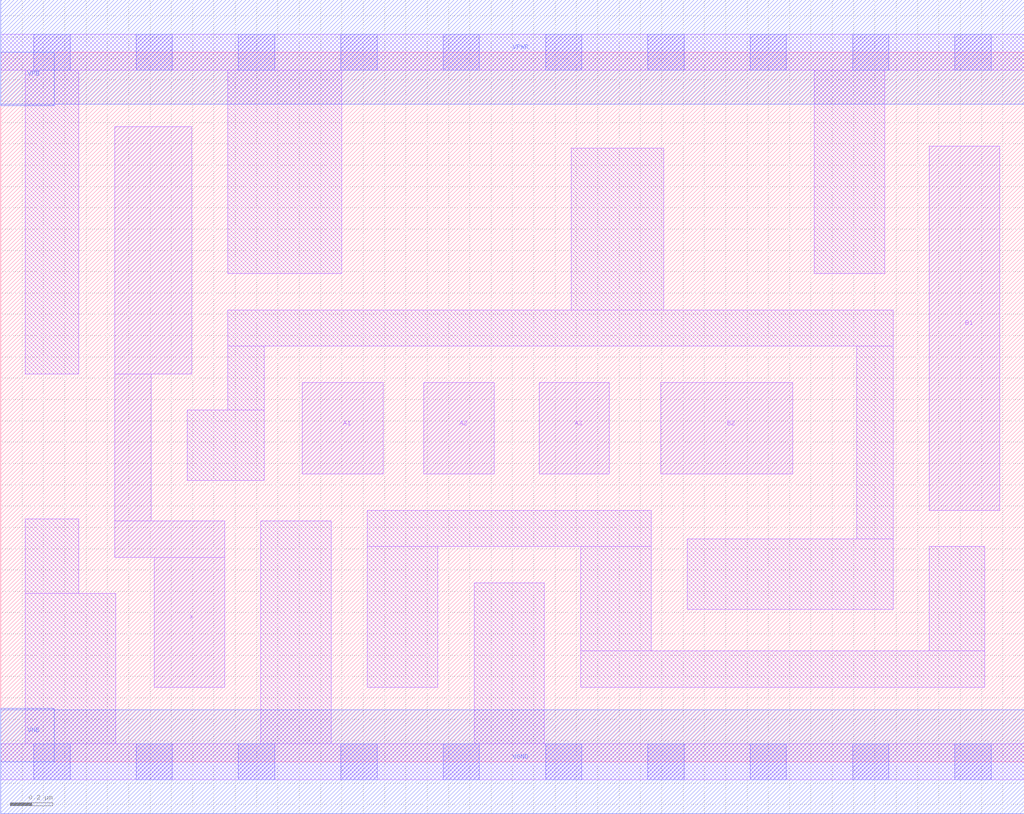
<source format=lef>
# Copyright 2020 The SkyWater PDK Authors
#
# Licensed under the Apache License, Version 2.0 (the "License");
# you may not use this file except in compliance with the License.
# You may obtain a copy of the License at
#
#     https://www.apache.org/licenses/LICENSE-2.0
#
# Unless required by applicable law or agreed to in writing, software
# distributed under the License is distributed on an "AS IS" BASIS,
# WITHOUT WARRANTIES OR CONDITIONS OF ANY KIND, either express or implied.
# See the License for the specific language governing permissions and
# limitations under the License.
#
# SPDX-License-Identifier: Apache-2.0

VERSION 5.5 ;
NAMESCASESENSITIVE ON ;
BUSBITCHARS "[]" ;
DIVIDERCHAR "/" ;
MACRO sky130_fd_sc_ms__o32a_2
  CLASS CORE ;
  SOURCE USER ;
  ORIGIN  0.000000  0.000000 ;
  SIZE  4.800000 BY  3.330000 ;
  SYMMETRY X Y ;
  SITE unit ;
  PIN A1
    ANTENNAGATEAREA  0.261000 ;
    DIRECTION INPUT ;
    USE SIGNAL ;
    PORT
      LAYER li1 ;
        RECT 1.415000 1.350000 1.795000 1.780000 ;
    END
  END A1
  PIN A2
    ANTENNAGATEAREA  0.261000 ;
    DIRECTION INPUT ;
    USE SIGNAL ;
    PORT
      LAYER li1 ;
        RECT 1.985000 1.350000 2.315000 1.780000 ;
    END
  END A2
  PIN A3
    ANTENNAGATEAREA  0.261000 ;
    DIRECTION INPUT ;
    USE SIGNAL ;
    PORT
      LAYER li1 ;
        RECT 2.525000 1.350000 2.855000 1.780000 ;
    END
  END A3
  PIN B1
    ANTENNAGATEAREA  0.261000 ;
    DIRECTION INPUT ;
    USE SIGNAL ;
    PORT
      LAYER li1 ;
        RECT 4.355000 1.180000 4.685000 2.890000 ;
    END
  END B1
  PIN B2
    ANTENNAGATEAREA  0.261000 ;
    DIRECTION INPUT ;
    USE SIGNAL ;
    PORT
      LAYER li1 ;
        RECT 3.095000 1.350000 3.715000 1.780000 ;
    END
  END B2
  PIN X
    ANTENNADIFFAREA  0.543200 ;
    DIRECTION OUTPUT ;
    USE SIGNAL ;
    PORT
      LAYER li1 ;
        RECT 0.535000 0.960000 1.050000 1.130000 ;
        RECT 0.535000 1.130000 0.705000 1.820000 ;
        RECT 0.535000 1.820000 0.895000 2.980000 ;
        RECT 0.720000 0.350000 1.050000 0.960000 ;
    END
  END X
  PIN VGND
    DIRECTION INOUT ;
    USE GROUND ;
    PORT
      LAYER met1 ;
        RECT 0.000000 -0.245000 4.800000 0.245000 ;
    END
  END VGND
  PIN VNB
    DIRECTION INOUT ;
    USE GROUND ;
    PORT
      LAYER met1 ;
        RECT 0.000000 0.000000 0.250000 0.250000 ;
    END
  END VNB
  PIN VPB
    DIRECTION INOUT ;
    USE POWER ;
    PORT
      LAYER met1 ;
        RECT 0.000000 3.080000 0.250000 3.330000 ;
    END
  END VPB
  PIN VPWR
    DIRECTION INOUT ;
    USE POWER ;
    PORT
      LAYER met1 ;
        RECT 0.000000 3.085000 4.800000 3.575000 ;
    END
  END VPWR
  OBS
    LAYER li1 ;
      RECT 0.000000 -0.085000 4.800000 0.085000 ;
      RECT 0.000000  3.245000 4.800000 3.415000 ;
      RECT 0.115000  0.085000 0.540000 0.790000 ;
      RECT 0.115000  0.790000 0.365000 1.140000 ;
      RECT 0.115000  1.820000 0.365000 3.245000 ;
      RECT 0.875000  1.320000 1.235000 1.650000 ;
      RECT 1.065000  1.650000 1.235000 1.950000 ;
      RECT 1.065000  1.950000 4.185000 2.120000 ;
      RECT 1.065000  2.290000 1.600000 3.245000 ;
      RECT 1.220000  0.085000 1.550000 1.130000 ;
      RECT 1.720000  0.350000 2.050000 1.010000 ;
      RECT 1.720000  1.010000 3.050000 1.180000 ;
      RECT 2.220000  0.085000 2.550000 0.840000 ;
      RECT 2.675000  2.120000 3.110000 2.880000 ;
      RECT 2.720000  0.350000 4.615000 0.520000 ;
      RECT 2.720000  0.520000 3.050000 1.010000 ;
      RECT 3.220000  0.715000 4.185000 1.045000 ;
      RECT 3.815000  2.290000 4.145000 3.245000 ;
      RECT 4.015000  1.045000 4.185000 1.950000 ;
      RECT 4.355000  0.520000 4.615000 1.010000 ;
    LAYER mcon ;
      RECT 0.155000 -0.085000 0.325000 0.085000 ;
      RECT 0.155000  3.245000 0.325000 3.415000 ;
      RECT 0.635000 -0.085000 0.805000 0.085000 ;
      RECT 0.635000  3.245000 0.805000 3.415000 ;
      RECT 1.115000 -0.085000 1.285000 0.085000 ;
      RECT 1.115000  3.245000 1.285000 3.415000 ;
      RECT 1.595000 -0.085000 1.765000 0.085000 ;
      RECT 1.595000  3.245000 1.765000 3.415000 ;
      RECT 2.075000 -0.085000 2.245000 0.085000 ;
      RECT 2.075000  3.245000 2.245000 3.415000 ;
      RECT 2.555000 -0.085000 2.725000 0.085000 ;
      RECT 2.555000  3.245000 2.725000 3.415000 ;
      RECT 3.035000 -0.085000 3.205000 0.085000 ;
      RECT 3.035000  3.245000 3.205000 3.415000 ;
      RECT 3.515000 -0.085000 3.685000 0.085000 ;
      RECT 3.515000  3.245000 3.685000 3.415000 ;
      RECT 3.995000 -0.085000 4.165000 0.085000 ;
      RECT 3.995000  3.245000 4.165000 3.415000 ;
      RECT 4.475000 -0.085000 4.645000 0.085000 ;
      RECT 4.475000  3.245000 4.645000 3.415000 ;
  END
END sky130_fd_sc_ms__o32a_2

</source>
